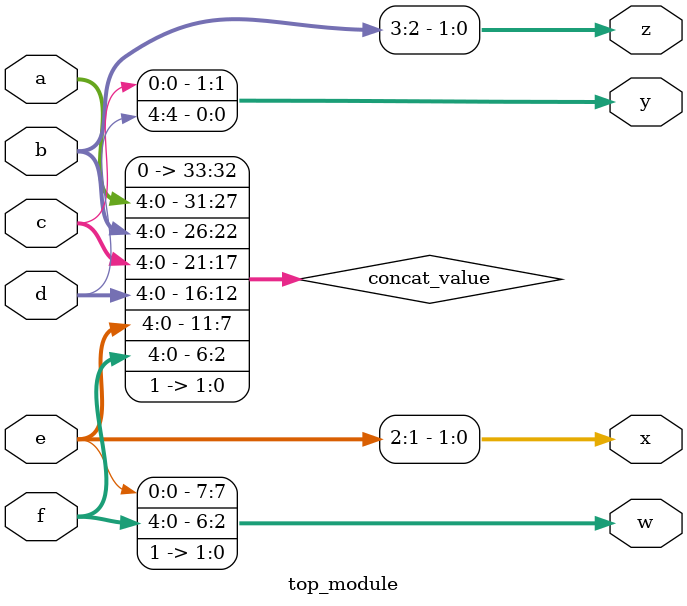
<source format=sv>
module top_module (
    input [4:0] a,
    input [4:0] b,
    input [4:0] c,
    input [4:0] d,
    input [4:0] e,
    input [4:0] f,
    output [7:0] w,
    output [7:8] x,
    output [7:8] y,
    output [7:8] z
);

    wire [33:0] concat_value;

    assign concat_value = {a, b, c, d, e, f, 2'b11};

    assign w = concat_value[7:0];
    assign x = concat_value[15:8];
    assign y = concat_value[23:16];
    assign z = concat_value[31:24];

endmodule

</source>
